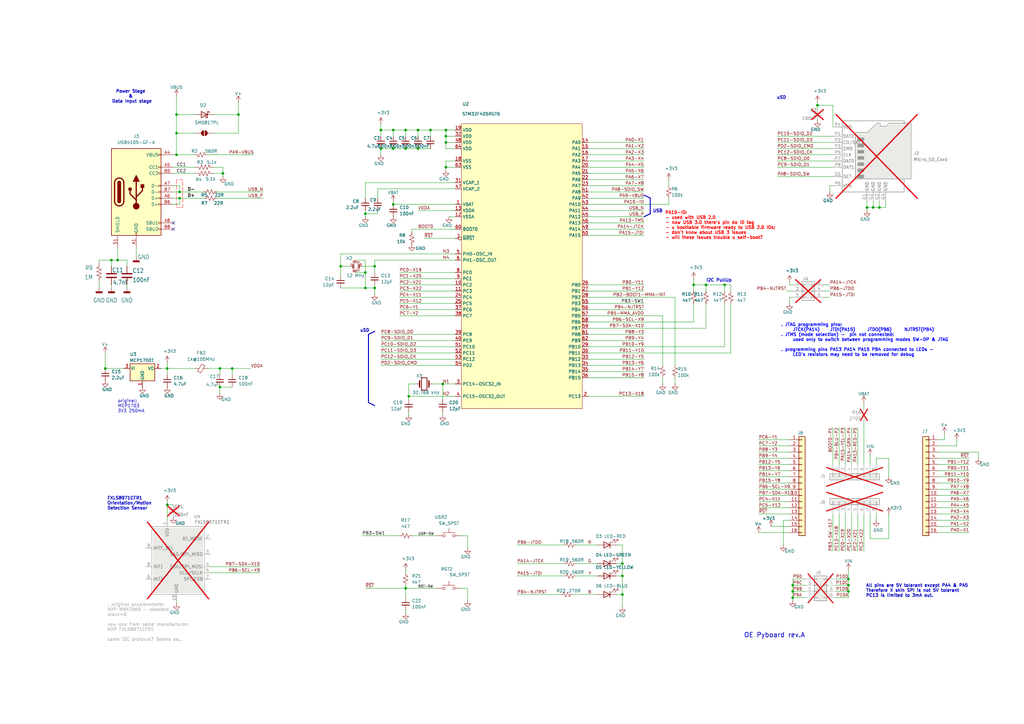
<source format=kicad_sch>
(kicad_sch (version 20250114) (generator "eeschema") (generator_version "9.0")
  (paper "A3")
  (text "I2C PullUp" (at 294.894 115.062 0) (effects (font (size 1.27 1.27) (thickness 0.254) (bold yes))))
  (text "USB" (at 269.748 86.614 0) (effects (font (size 1.27 1.27) (thickness 0.254) (bold yes))))
  (text "original:\nMCP1703 \n3V3 250mA" (at 48.26 166.624 0) (effects (font (size 1.27 1.27)) (justify left)))
  (text "All pins are 5V tolerant except PA4 & PA5\nTherefore X skin SPI is not 5V tolerant\nPC13 is limited to 3mA out." (at 355.092 242.316 0) (effects (font (size 1.27 1.27) (thickness 0.254) (bold yes)) (justify left)))
  (text "uSD" (at 149.606 135.636 0) (effects (font (size 1.27 1.27) (thickness 0.254) (bold yes))))
  (text "OE Pyboard rev.A" (at 305.054 260.604 0) (effects (font (size 1.905 1.905) (thickness 0.254) (bold yes)) (justify left)))
  (text "PA10-ID: \n- used with USB 2.0\n- now USB 3.0 there's pin do ID tag\n- u boottable firmware ready to USB 2.0 IOs; \n- don't know about USB 3 issues\n- will these issues trouble u self-boot?" (at 272.796 92.456 0) (effects (font (size 1.27 1.27) (thickness 0.254) (bold yes)) (justify left)))
  (text "Power Stage \n& \nData Input stage" (at 54.102 39.624 0) (effects (font (size 1.27 1.27) (thickness 0.254) (bold yes))))
  (text ". JTAG programming pins:\n	JTCK(PA14)	JTDI(PA15)	JTDO(PB6)	NJTRST(PB4)\n. JTMS (mode selection) -  pin not connected: \n	used only to switch between programming modes SW-DP & JTAG\n\n. programming pins PA13 PA14 PA15 PB4 connected to LEDs - \n	LED's resistors may need to be removed for debug\n\n" (at 320.294 140.462 0) (effects (font (size 1.27 1.27) (thickness 0.254) (bold yes)) (justify left)))
  (text "FXLS8971CFR1\nOrientation/Motion\nDetection Sensor\n" (at 43.942 206.502 0) (effects (font (size 1.27 1.27) (thickness 0.254) (bold yes)) (justify left)))
  (text "uSD" (at 320.548 40.132 0) (effects (font (size 1.27 1.27) (thickness 0.254) (bold yes))))
  (text ". original accelerometer\nNXP MMA7660 - obsolete \nstock=0\n\nnew one from same manufacturer:\nNXP FXLS8971CFR1\n\nsame I2C protocol? Seems so..\n" (at 43.942 255.27 0) (effects (font (size 1.27 1.27) (thickness 0.254) (bold yes)) (justify left)))
  (junction (at 355.6 85.09))
  (junction (at 284.48 116.84))
  (junction (at 90.17 151.13))
  (junction (at 139.7 109.22))
  (junction (at 149.86 87.63))
  (junction (at 161.29 83.82))
  (junction (at 255.27 231.14))
  (junction (at 72.39 54.61))
  (junction (at 156.21 60.96))
  (junction (at 90.17 158.75))
  (junction (at 45.72 106.68))
  (junction (at 167.64 162.56))
  (junction (at 73.66 81.28))
  (junction (at 255.27 243.84))
  (junction (at 149.86 118.11))
  (junction (at 182.88 53.34))
  (junction (at 91.44 71.12))
  (junction (at 68.58 207.01))
  (junction (at 358.14 85.09))
  (junction (at 171.45 53.34))
  (junction (at 95.25 151.13))
  (junction (at 171.45 60.96))
  (junction (at 347.98 242.57))
  (junction (at 182.88 68.58))
  (junction (at 289.56 116.84))
  (junction (at 156.21 53.34))
  (junction (at 72.39 63.5))
  (junction (at 347.98 237.49))
  (junction (at 182.88 55.88))
  (junction (at 43.18 151.13))
  (junction (at 166.37 60.96))
  (junction (at 153.67 109.22))
  (junction (at 161.29 53.34))
  (junction (at 176.53 53.34))
  (junction (at 325.12 245.11))
  (junction (at 68.58 151.13))
  (junction (at 97.79 46.99))
  (junction (at 182.88 58.42))
  (junction (at 325.12 242.57))
  (junction (at 161.29 60.96))
  (junction (at 166.37 241.3))
  (junction (at 181.61 157.48))
  (junction (at 325.12 240.03))
  (junction (at 335.28 43.18))
  (junction (at 153.67 118.11))
  (junction (at 72.39 46.99))
  (junction (at 149.86 111.76))
  (junction (at 73.66 78.74))
  (junction (at 166.37 53.34))
  (junction (at 48.26 106.68))
  (junction (at 297.18 116.84))
  (junction (at 347.98 240.03))
  (junction (at 360.68 85.09))
  (junction (at 255.27 236.22))
  (no_connect (at 71.12 91.44))
  (no_connect (at 71.12 93.98))
  (wire (pts (xy 335.28 43.18) (xy 341.63 43.18)))
  (wire (pts (xy 186.69 129.54) (xy 163.83 129.54)))
  (wire (pts (xy 182.88 66.04) (xy 186.69 66.04)))
  (wire (pts (xy 392.43 180.34) (xy 392.43 182.88)))
  (wire (pts (xy 340.36 121.92) (xy 337.82 121.92)))
  (wire (pts (xy 325.12 237.49) (xy 325.12 240.03)))
  (wire (pts (xy 86.36 234.95) (xy 106.68 234.95)))
  (wire (pts (xy 166.37 241.3) (xy 166.37 245.11)))
  (wire (pts (xy 241.3 132.08) (xy 284.48 132.08)))
  (wire (pts (xy 85.09 151.13) (xy 90.17 151.13)))
  (wire (pts (xy 355.6 82.55) (xy 355.6 85.09)))
  (wire (pts (xy 166.37 240.03) (xy 166.37 241.3)))
  (wire (pts (xy 161.29 60.96) (xy 156.21 60.96)))
  (wire (pts (xy 325.12 237.49) (xy 330.2 237.49)))
  (wire (pts (xy 90.17 158.75) (xy 95.25 158.75)))
  (wire (pts (xy 241.3 124.46) (xy 264.16 124.46)))
  (wire (pts (xy 139.7 118.11) (xy 149.86 118.11)))
  (wire (pts (xy 186.69 119.38) (xy 163.83 119.38)))
  (wire (pts (xy 297.18 116.84) (xy 299.72 116.84)))
  (wire (pts (xy 176.53 53.34) (xy 176.53 55.88)))
  (wire (pts (xy 154.94 87.63) (xy 149.86 87.63)))
  (wire (pts (xy 384.81 187.96) (xy 397.51 187.96)))
  (wire (pts (xy 241.3 134.62) (xy 289.56 134.62)))
  (wire (pts (xy 384.81 208.28) (xy 397.51 208.28)))
  (wire (pts (xy 325.12 242.57) (xy 330.2 242.57)))
  (wire (pts (xy 182.88 55.88) (xy 182.88 53.34)))
  (wire (pts (xy 284.48 116.84) (xy 289.56 116.84)))
  (wire (pts (xy 311.15 185.42) (xy 323.85 185.42)))
  (wire (pts (xy 72.39 46.99) (xy 72.39 54.61)))
  (wire (pts (xy 344.17 210.82) (xy 344.17 226.06)))
  (wire (pts (xy 48.26 106.68) (xy 52.07 106.68)) (stroke (width 0.1524)))
  (wire (pts (xy 156.21 50.8) (xy 156.21 53.34)))
  (wire (pts (xy 340.36 119.38) (xy 337.82 119.38)))
  (wire (pts (xy 212.09 231.14) (xy 231.14 231.14)))
  (wire (pts (xy 52.07 116.84) (xy 52.07 118.11)))
  (wire (pts (xy 167.64 157.48) (xy 170.18 157.48)))
  (wire (pts (xy 276.86 121.92) (xy 276.86 149.86)))
  (wire (pts (xy 241.3 96.52) (xy 264.16 96.52)))
  (wire (pts (xy 167.64 162.56) (xy 167.64 157.48)))
  (wire (pts (xy 341.63 76.2) (xy 340.36 76.2)))
  (wire (pts (xy 325.12 245.11) (xy 330.2 245.11)))
  (wire (pts (xy 355.6 85.09) (xy 355.6 86.36)))
  (wire (pts (xy 40.64 106.68) (xy 45.72 106.68)) (stroke (width 0.1524)))
  (wire (pts (xy 186.69 124.46) (xy 163.83 124.46)))
  (wire (pts (xy 311.15 193.04) (xy 323.85 193.04)))
  (wire (pts (xy 186.69 111.76) (xy 163.83 111.76)))
  (wire (pts (xy 97.79 46.99) (xy 87.63 46.99)))
  (wire (pts (xy 66.04 151.13) (xy 68.58 151.13)))
  (wire (pts (xy 341.63 175.26) (xy 341.63 190.5)))
  (wire (pts (xy 358.14 82.55) (xy 358.14 85.09)))
  (wire (pts (xy 325.12 240.03) (xy 325.12 242.57)))
  (wire (pts (xy 234.95 243.84) (xy 245.11 243.84)))
  (wire (pts (xy 149.86 87.63) (xy 149.86 88.9)))
  (wire (pts (xy 161.29 53.34) (xy 166.37 53.34)))
  (wire (pts (xy 166.37 241.3) (xy 179.07 241.3)))
  (wire (pts (xy 384.81 203.2) (xy 397.51 203.2)))
  (wire (pts (xy 189.23 219.71) (xy 191.77 219.71)))
  (wire (pts (xy 71.12 81.28) (xy 73.66 81.28)))
  (wire (pts (xy 161.29 83.82) (xy 186.69 83.82)))
  (wire (pts (xy 87.63 71.12) (xy 91.44 71.12)))
  (wire (pts (xy 311.15 195.58) (xy 323.85 195.58)))
  (wire (pts (xy 153.67 106.68) (xy 153.67 109.22)))
  (wire (pts (xy 384.81 218.44) (xy 397.51 218.44)))
  (wire (pts (xy 87.63 54.61) (xy 97.79 54.61)))
  (wire (pts (xy 274.32 81.28) (xy 274.32 83.82)))
  (wire (pts (xy 311.15 180.34) (xy 323.85 180.34)))
  (wire (pts (xy 177.8 157.48) (xy 181.61 157.48)))
  (wire (pts (xy 146.05 111.76) (xy 149.86 111.76)))
  (wire (pts (xy 384.81 193.04) (xy 397.51 193.04)))
  (wire (pts (xy 323.85 115.57) (xy 323.85 116.84)))
  (wire (pts (xy 182.88 60.96) (xy 182.88 58.42)))
  (wire (pts (xy 276.86 154.94) (xy 276.86 157.48)))
  (wire (pts (xy 349.25 190.5) (xy 349.25 175.26)))
  (wire (pts (xy 241.3 93.98) (xy 264.16 93.98)))
  (wire (pts (xy 241.3 142.24) (xy 297.18 142.24)))
  (polyline (pts (xy 264.16 88.9) (xy 266.7 87.63)) (stroke (width 0.4)))
  (wire (pts (xy 299.72 116.84) (xy 299.72 119.38)))
  (wire (pts (xy 321.31 213.36) (xy 321.31 223.52)))
  (wire (pts (xy 335.28 41.91) (xy 335.28 43.18)))
  (wire (pts (xy 156.21 53.34) (xy 161.29 53.34)))
  (wire (pts (xy 325.12 245.11) (xy 325.12 246.38)))
  (wire (pts (xy 182.88 58.42) (xy 186.69 58.42)))
  (wire (pts (xy 241.3 129.54) (xy 271.78 129.54)))
  (wire (pts (xy 384.81 198.12) (xy 397.51 198.12)))
  (wire (pts (xy 168.91 93.98) (xy 186.69 93.98)))
  (wire (pts (xy 45.72 118.11) (xy 45.72 116.84)) (stroke (width 0.1524)))
  (wire (pts (xy 186.69 144.78) (xy 156.21 144.78)))
  (wire (pts (xy 182.88 53.34) (xy 186.69 53.34)))
  (wire (pts (xy 153.67 111.76) (xy 153.67 109.22)))
  (wire (pts (xy 341.63 72.39) (xy 318.77 72.39)))
  (wire (pts (xy 311.15 203.2) (xy 323.85 203.2)))
  (wire (pts (xy 387.35 177.8) (xy 387.35 180.34)))
  (wire (pts (xy 340.36 116.84) (xy 337.82 116.84)))
  (wire (pts (xy 40.64 115.57) (xy 40.64 118.11)) (stroke (width 0.1524)))
  (wire (pts (xy 176.53 53.34) (xy 182.88 53.34)))
  (wire (pts (xy 364.49 210.82) (xy 364.49 220.98)))
  (wire (pts (xy 71.12 76.2) (xy 73.66 76.2)))
  (wire (pts (xy 166.37 251.46) (xy 166.37 250.19)))
  (wire (pts (xy 73.66 81.28) (xy 83.82 81.28)))
  (wire (pts (xy 384.81 195.58) (xy 397.51 195.58)))
  (wire (pts (xy 241.3 91.44) (xy 264.16 91.44)))
  (wire (pts (xy 364.49 220.98) (xy 356.87 220.98)))
  (wire (pts (xy 45.72 106.68) (xy 45.72 109.22)) (stroke (width 0.1524)))
  (wire (pts (xy 52.07 106.68) (xy 52.07 109.22)) (stroke (width 0.1524)))
  (wire (pts (xy 241.3 78.74) (xy 264.16 78.74)))
  (wire (pts (xy 323.85 121.92) (xy 325.12 121.92)))
  (wire (pts (xy 212.09 243.84) (xy 229.87 243.84)))
  (wire (pts (xy 384.81 182.88) (xy 392.43 182.88)))
  (wire (pts (xy 384.81 210.82) (xy 397.51 210.82)))
  (wire (pts (xy 274.32 73.66) (xy 274.32 76.2)))
  (wire (pts (xy 321.31 213.36) (xy 323.85 213.36)))
  (wire (pts (xy 186.69 137.16) (xy 156.21 137.16)))
  (wire (pts (xy 181.61 168.91) (xy 181.61 170.18)))
  (wire (pts (xy 335.28 43.18) (xy 335.28 44.45)))
  (wire (pts (xy 341.63 210.82) (xy 341.63 226.06)))
  (wire (pts (xy 344.17 175.26) (xy 344.17 190.5)))
  (wire (pts (xy 341.63 58.42) (xy 318.77 58.42)))
  (polyline (pts (xy 151.13 137.16) (xy 151.13 165.1)) (stroke (width 0.4) (type solid)))
  (wire (pts (xy 186.69 127) (xy 163.83 127)))
  (wire (pts (xy 171.45 53.34) (xy 176.53 53.34)))
  (wire (pts (xy 360.68 85.09) (xy 358.14 85.09)))
  (wire (pts (xy 139.7 109.22) (xy 139.7 113.03)))
  (wire (pts (xy 88.9 78.74) (xy 107.95 78.74)))
  (wire (pts (xy 356.87 210.82) (xy 356.87 220.98)))
  (wire (pts (xy 342.9 242.57) (xy 347.98 242.57)))
  (wire (pts (xy 149.86 74.93) (xy 149.86 81.28)))
  (wire (pts (xy 241.3 147.32) (xy 264.16 147.32)))
  (wire (pts (xy 153.67 106.68) (xy 186.69 106.68)))
  (wire (pts (xy 356.87 190.5) (xy 356.87 186.69)))
  (wire (pts (xy 241.3 83.82) (xy 274.32 83.82)))
  (wire (pts (xy 342.9 237.49) (xy 347.98 237.49)))
  (wire (pts (xy 186.69 116.84) (xy 163.83 116.84)))
  (wire (pts (xy 241.3 154.94) (xy 264.16 154.94)))
  (wire (pts (xy 241.3 119.38) (xy 264.16 119.38)))
  (wire (pts (xy 153.67 120.65) (xy 153.67 118.11)))
  (wire (pts (xy 384.81 213.36) (xy 397.51 213.36)))
  (wire (pts (xy 255.27 243.84) (xy 255.27 248.92)))
  (wire (pts (xy 153.67 109.22) (xy 148.59 109.22)))
  (wire (pts (xy 153.67 116.84) (xy 153.67 118.11)))
  (wire (pts (xy 325.12 242.57) (xy 325.12 245.11)))
  (wire (pts (xy 97.79 41.91) (xy 97.79 46.99)))
  (wire (pts (xy 191.77 241.3) (xy 191.77 246.38)))
  (wire (pts (xy 347.98 237.49) (xy 347.98 240.03)))
  (wire (pts (xy 166.37 60.96) (xy 161.29 60.96)))
  (wire (pts (xy 68.58 148.59) (xy 68.58 151.13)))
  (wire (pts (xy 271.78 154.94) (xy 271.78 157.48)))
  (wire (pts (xy 182.88 66.04) (xy 182.88 68.58)))
  (wire (pts (xy 322.58 119.38) (xy 325.12 119.38)))
  (wire (pts (xy 341.63 63.5) (xy 318.77 63.5)))
  (wire (pts (xy 71.12 207.01) (xy 68.58 207.01)))
  (wire (pts (xy 176.53 60.96) (xy 171.45 60.96)))
  (wire (pts (xy 85.09 63.5) (xy 104.14 63.5)))
  (wire (pts (xy 168.91 95.25) (xy 168.91 93.98)))
  (wire (pts (xy 299.72 144.78) (xy 299.72 124.46)))
  (wire (pts (xy 241.3 86.36) (xy 264.16 86.36)))
  (wire (pts (xy 255.27 231.14) (xy 255.27 236.22)))
  (wire (pts (xy 384.81 180.34) (xy 387.35 180.34)))
  (wire (pts (xy 255.27 236.22) (xy 255.27 243.84)))
  (wire (pts (xy 363.22 82.55) (xy 363.22 85.09)))
  (wire (pts (xy 90.17 161.29) (xy 90.17 158.75)))
  (wire (pts (xy 73.66 81.28) (xy 73.66 83.82)))
  (wire (pts (xy 363.22 85.09) (xy 360.68 85.09)))
  (wire (pts (xy 241.3 116.84) (xy 264.16 116.84)))
  (polyline (pts (xy 153.67 166.37) (xy 151.13 165.1)) (stroke (width 0.4)))
  (wire (pts (xy 346.71 190.5) (xy 346.71 175.26)))
  (wire (pts (xy 241.3 71.12) (xy 264.16 71.12)))
  (wire (pts (xy 311.15 182.88) (xy 323.85 182.88)))
  (wire (pts (xy 311.15 210.82) (xy 323.85 210.82)))
  (wire (pts (xy 241.3 149.86) (xy 264.16 149.86)))
  (wire (pts (xy 241.3 127) (xy 264.16 127)))
  (wire (pts (xy 212.09 223.52) (xy 231.14 223.52)))
  (wire (pts (xy 284.48 132.08) (xy 284.48 124.46)))
  (wire (pts (xy 346.71 210.82) (xy 346.71 226.06)))
  (wire (pts (xy 252.73 223.52) (xy 255.27 223.52)))
  (wire (pts (xy 354.33 165.1) (xy 354.33 167.64)))
  (wire (pts (xy 384.81 205.74) (xy 397.51 205.74)))
  (wire (pts (xy 171.45 60.96) (xy 166.37 60.96)))
  (wire (pts (xy 167.64 168.91) (xy 167.64 170.18)))
  (wire (pts (xy 149.86 241.3) (xy 166.37 241.3)))
  (wire (pts (xy 271.78 129.54) (xy 271.78 149.86)))
  (wire (pts (xy 359.41 190.5) (xy 359.41 187.96)))
  (wire (pts (xy 241.3 144.78) (xy 299.72 144.78)))
  (wire (pts (xy 241.3 139.7) (xy 264.16 139.7)))
  (wire (pts (xy 149.86 74.93) (xy 186.69 74.93)))
  (wire (pts (xy 91.44 71.12) (xy 91.44 72.39)))
  (wire (pts (xy 241.3 73.66) (xy 264.16 73.66)))
  (wire (pts (xy 171.45 86.36) (xy 186.69 86.36)))
  (wire (pts (xy 91.44 68.58) (xy 91.44 71.12)))
  (wire (pts (xy 289.56 116.84) (xy 289.56 119.38)))
  (wire (pts (xy 154.94 77.47) (xy 186.69 77.47)))
  (wire (pts (xy 241.3 76.2) (xy 264.16 76.2)))
  (wire (pts (xy 311.15 187.96) (xy 323.85 187.96)))
  (wire (pts (xy 186.69 60.96) (xy 182.88 60.96)))
  (wire (pts (xy 316.23 215.9) (xy 323.85 215.9)))
  (wire (pts (xy 167.64 162.56) (xy 186.69 162.56)))
  (wire (pts (xy 241.3 137.16) (xy 264.16 137.16)))
  (wire (pts (xy 168.91 219.71) (xy 179.07 219.71)))
  (wire (pts (xy 72.39 63.5) (xy 80.01 63.5)))
  (wire (pts (xy 171.45 53.34) (xy 171.45 55.88)))
  (wire (pts (xy 68.58 205.74) (xy 68.58 207.01)))
  (wire (pts (xy 161.29 82.55) (xy 161.29 83.82)))
  (wire (pts (xy 311.15 190.5) (xy 323.85 190.5)))
  (wire (pts (xy 186.69 121.92) (xy 163.83 121.92)))
  (wire (pts (xy 72.39 54.61) (xy 72.39 63.5)))
  (wire (pts (xy 252.73 231.14) (xy 255.27 231.14)))
  (wire (pts (xy 181.61 157.48) (xy 186.69 157.48)))
  (wire (pts (xy 358.14 85.09) (xy 355.6 85.09)))
  (wire (pts (xy 68.58 153.67) (xy 68.58 151.13)))
  (wire (pts (xy 71.12 71.12) (xy 80.01 71.12)))
  (wire (pts (xy 284.48 116.84) (xy 284.48 119.38)))
  (wire (pts (xy 189.23 241.3) (xy 191.77 241.3)))
  (wire (pts (xy 40.64 106.68) (xy 40.64 107.95)) (stroke (width 0.1524)))
  (wire (pts (xy 241.3 81.28) (xy 264.16 81.28)))
  (wire (pts (xy 311.15 218.44) (xy 323.85 218.44)))
  (wire (pts (xy 289.56 116.84) (xy 297.18 116.84)))
  (wire (pts (xy 72.39 54.61) (xy 80.01 54.61)))
  (wire (pts (xy 255.27 223.52) (xy 255.27 231.14)))
  (wire (pts (xy 241.3 162.56) (xy 264.16 162.56)))
  (wire (pts (xy 71.12 68.58) (xy 80.01 68.58)))
  (wire (pts (xy 68.58 151.13) (xy 80.01 151.13)))
  (wire (pts (xy 297.18 116.84) (xy 297.18 119.38)))
  (wire (pts (xy 68.58 207.01) (xy 68.58 213.36)))
  (wire (pts (xy 72.39 39.37) (xy 72.39 46.99)))
  (wire (pts (xy 71.12 63.5) (xy 72.39 63.5)))
  (wire (pts (xy 55.88 101.6) (xy 55.88 105.41)))
  (wire (pts (xy 95.25 151.13) (xy 90.17 151.13)))
  (wire (pts (xy 48.26 101.6) (xy 48.26 106.68)))
  (wire (pts (xy 182.88 55.88) (xy 186.69 55.88)))
  (wire (pts (xy 146.05 106.68) (xy 149.86 106.68)))
  (wire (pts (xy 241.3 121.92) (xy 276.86 121.92)))
  (wire (pts (xy 156.21 63.5) (xy 156.21 60.96)))
  (wire (pts (xy 139.7 104.14) (xy 186.69 104.14)))
  (wire (pts (xy 186.69 149.86) (xy 156.21 149.86)))
  (wire (pts (xy 341.63 68.58) (xy 318.77 68.58)))
  (wire (pts (xy 354.33 190.5) (xy 354.33 172.72)))
  (wire (pts (xy 149.86 111.76) (xy 149.86 118.11)))
  (wire (pts (xy 166.37 233.68) (xy 166.37 234.95)))
  (wire (pts (xy 154.94 86.36) (xy 154.94 87.63)))
  (wire (pts (xy 191.77 219.71) (xy 191.77 224.79)))
  (wire (pts (xy 139.7 104.14) (xy 139.7 109.22)))
  (wire (pts (xy 342.9 240.03) (xy 347.98 240.03)))
  (polyline (pts (xy 264.16 80.01) (xy 266.7 81.28)) (stroke (width 0.4)))
  (wire (pts (xy 241.3 152.4) (xy 264.16 152.4)))
  (wire (pts (xy 351.79 190.5) (xy 351.79 175.26)))
  (wire (pts (xy 139.7 109.22) (xy 143.51 109.22)))
  (wire (pts (xy 341.63 66.04) (xy 318.77 66.04)))
  (polyline (pts (xy 153.67 135.89) (xy 151.13 137.16)) (stroke (width 0.4)))
  (wire (pts (xy 43.18 151.13) (xy 50.8 151.13)))
  (wire (pts (xy 284.48 114.3) (xy 284.48 116.84)))
  (wire (pts (xy 161.29 53.34) (xy 161.29 55.88)))
  (wire (pts (xy 241.3 88.9) (xy 264.16 88.9)))
  (wire (pts (xy 95.25 151.13) (xy 95.25 153.67)))
  (wire (pts (xy 184.15 88.9) (xy 186.69 88.9)))
  (wire (pts (xy 86.36 232.41) (xy 106.68 232.41)))
  (wire (pts (xy 186.69 114.3) (xy 163.83 114.3)))
  (wire (pts (xy 241.3 68.58) (xy 264.16 68.58)))
  (wire (pts (xy 311.15 208.28) (xy 323.85 208.28)))
  (wire (pts (xy 156.21 53.34) (xy 156.21 55.88)))
  (wire (pts (xy 43.18 144.78) (xy 43.18 151.13)))
  (wire (pts (xy 364.49 187.96) (xy 359.41 187.96)))
  (wire (pts (xy 340.36 76.2) (xy 340.36 78.74)))
  (wire (pts (xy 182.88 68.58) (xy 186.69 68.58)))
  (wire (pts (xy 241.3 63.5) (xy 264.16 63.5)))
  (wire (pts (xy 311.15 205.74) (xy 323.85 205.74)))
  (wire (pts (xy 97.79 54.61) (xy 97.79 46.99)))
  (wire (pts (xy 154.94 77.47) (xy 154.94 81.28)))
  (wire (pts (xy 80.01 46.99) (xy 72.39 46.99)))
  (wire (pts (xy 323.85 121.92) (xy 323.85 124.46)))
  (wire (pts (xy 167.64 162.56) (xy 167.64 163.83)))
  (wire (pts (xy 384.81 185.42) (xy 401.32 185.42)))
  (wire (pts (xy 73.66 76.2) (xy 73.66 78.74)))
  (wire (pts (xy 91.44 68.58) (xy 87.63 68.58)))
  (wire (pts (xy 149.86 106.68) (xy 149.86 111.76)))
  (wire (pts (xy 186.69 142.24) (xy 156.21 142.24)))
  (wire (pts (xy 181.61 157.48) (xy 181.61 163.83)))
  (wire (pts (xy 90.17 151.13) (xy 90.17 153.67)))
  (wire (pts (xy 173.99 97.79) (xy 186.69 97.79)))
  (wire (pts (xy 45.72 106.68) (xy 48.26 106.68)) (stroke (width 0.1524)))
  (wire (pts (xy 384.81 190.5) (xy 397.51 190.5)))
  (wire (pts (xy 384.81 215.9) (xy 397.51 215.9)))
  (wire (pts (xy 71.12 78.74) (xy 73.66 78.74)))
  (wire (pts (xy 186.69 147.32) (xy 156.21 147.32)))
  (wire (pts (xy 186.69 139.7) (xy 156.21 139.7)))
  (wire (pts (xy 347.98 240.03) (xy 347.98 242.57)))
  (wire (pts (xy 241.3 58.42) (xy 264.16 58.42)))
  (wire (pts (xy 401.32 185.42) (xy 401.32 187.96)))
  (wire (pts (xy 289.56 134.62) (xy 289.56 124.46)))
  (wire (pts (xy 341.63 52.07) (xy 341.63 43.18)))
  (wire (pts (xy 236.22 231.14) (xy 245.11 231.14)))
  (wire (pts (xy 212.09 236.22) (xy 231.14 236.22)))
  (wire (pts (xy 297.18 142.24) (xy 297.18 124.46)))
  (wire (pts (xy 311.15 198.12) (xy 323.85 198.12)))
  (wire (pts (xy 347.98 233.68) (xy 347.98 237.49)))
  (wire (pts (xy 347.98 242.57) (xy 347.98 245.11)))
  (wire (pts (xy 71.12 83.82) (xy 73.66 83.82)))
  (wire (pts (xy 241.3 66.04) (xy 264.16 66.04)))
  (wire (pts (xy 349.25 210.82) (xy 349.25 226.06)))
  (wire (pts (xy 252.73 236.22) (xy 255.27 236.22)))
  (wire (pts (xy 236.22 236.22) (xy 245.11 236.22)))
  (wire (pts (xy 311.15 200.66) (xy 323.85 200.66)))
  (wire (pts (xy 182.88 68.58) (xy 182.88 69.85)))
  (wire (pts (xy 252.73 243.84) (xy 255.27 243.84)))
  (wire (pts (xy 241.3 60.96) (xy 264.16 60.96)))
  (wire (pts (xy 325.12 240.03) (xy 330.2 240.03)))
  (wire (pts (xy 359.41 210.82) (xy 359.41 213.36)))
  (wire (pts (xy 360.68 82.55) (xy 360.68 85.09)))
  (wire (pts (xy 364.49 195.58) (xy 364.49 187.96)))
  (wire (pts (xy 341.63 60.96) (xy 318.77 60.96)))
  (wire (pts (xy 341.63 55.88) (xy 318.77 55.88)))
  (polyline (pts (xy 266.7 81.28) (xy 266.7 87.63)) (stroke (width 0.4) (type solid)))
  (wire (pts (xy 323.85 116.84) (xy 325.12 116.84)))
  (wire (pts (xy 354.33 210.82) (xy 354.33 226.06)))
  (wire (pts (xy 149.86 118.11) (xy 153.67 118.11)))
  (wire (pts (xy 166.37 53.34) (xy 171.45 53.34)))
  (wire (pts (xy 236.22 223.52) (xy 245.11 223.52)))
  (wire (pts (xy 351.79 210.82) (xy 351.79 226.06)))
  (wire (pts (xy 148.59 219.71) (xy 163.83 219.71)))
  (wire (pts (xy 166.37 53.34) (xy 166.37 55.88)))
  (wire (pts (xy 88.9 81.28) (xy 107.95 81.28)))
  (wire (pts (xy 149.86 86.36) (xy 149.86 87.63)))
  (wire (pts (xy 342.9 245.11) (xy 347.98 245.11)))
  (wire (pts (xy 384.81 200.66) (xy 397.51 200.66)))
  (wire (pts (xy 73.66 78.74) (xy 83.82 78.74)))
  (wire (pts (xy 182.88 58.42) (xy 182.88 55.88)))
  (wire (pts (xy 95.25 151.13) (xy 102.87 151.13)))
  (wire (pts (xy 72.39 247.65) (xy 72.39 246.38)))
  (label "PB0-Y11" (at 264.16 116.84 180))
  (label "PC11-SDIO_D3" (at 318.77 58.42 0))
  (label "PC12-SDIO_CK" (at 318.77 63.5 0) (effects (font (thickness 0.1588))))
  (label "PC10-SDIO_D2" (at 318.77 55.88 0))
  (label "PB8-Y3" (at 311.15 185.42 0))
  (label "P10A" (at 347.98 245.11 180))
  (label "PB7-SDA-X10" (at 264.16 134.62 180))
  (label "PD2-SDIO_CMD" (at 318.77 60.96 0) (effects (font (thickness 0.1588))))
  (label "P10D" (at 347.98 237.49 180))
  (label "PC4-X11" (at 163.83 121.92 0))
  (label "PC3-X22" (at 354.33 226.06 90))
  (label "N4" (at 181.61 106.68 0))
  (label "P9B" (at 325.12 242.57 0))
  (label "PB15-Y8" (at 311.15 198.12 0))
  (label "PB7-SDA-X10" (at 106.68 232.41 180))
  (label "D+" (at 80.01 81.28 180) (effects (font (thickness 0.254) (bold yes))))
  (label "PB14-Y7" (at 311.15 195.58 0))
  (label "PA2-X3" (at 264.16 63.5 180))
  (label "PC3-X22" (at 163.83 119.38 0))
  (label "PB11-Y10" (at 264.16 144.78 180))
  (label "PA6-X7" (at 397.51 203.2 180))
  (label "P9D" (at 325.12 237.49 0))
  (label "P9C" (at 325.12 240.03 0))
  (label "PB14-Y7" (at 264.16 152.4 180))
  (label "PB10-Y9" (at 264.16 142.24 180))
  (label "D-" (at 80.01 78.74 180) (effects (font (thickness 0.254) (bold yes))))
  (label "USB_P" (at 264.16 88.9 180))
  (label "PA5-X6" (at 397.51 205.74 180))
  (label "PB4-NJTRST" (at 322.58 119.38 180))
  (label "PB13-Y6" (at 264.16 149.86 180))
  (label "PB4-BLU-P2" (at 344.17 175.26 270))
  (label "PA7-X8" (at 264.16 76.2 180))
  (label "~{RST}" (at 173.99 97.79 0))
  (label "N1" (at 181.61 157.48 0))
  (label "PA5-X6" (at 264.16 71.12 180))
  (label "PB3-SW1" (at 148.59 219.71 0))
  (label "USB_N" (at 264.16 86.36 180))
  (label "PB10-Y9" (at 397.51 198.12 180))
  (label "PC4-X11" (at 311.15 205.74 0))
  (label "PB9-Y4" (at 311.15 187.96 0))
  (label "PB4-NJTRST" (at 212.09 243.84 0))
  (label "PB0-Y11" (at 397.51 193.04 180))
  (label "PA1-X2" (at 264.16 60.96 180))
  (label "PB4-NJTRST" (at 264.16 127 180))
  (label "PB6-JTDO" (at 212.09 223.52 0))
  (label "PC6-Y1" (at 163.83 127 0))
  (label "PA3-X4" (at 264.16 66.04 180))
  (label "~{RST}" (at 149.86 241.3 0))
  (label "PC8-SDIO_D0" (at 156.21 137.16 0))
  (label "USB_P" (at 107.95 81.28 180))
  (label "BOOT0" (at 171.45 93.98 0))
  (label "PC13-X18" (at 264.16 162.56 180) (effects (font (thickness 0.1588))))
  (label "BOOT0-P1" (at 341.63 175.26 270))
  (label "VDDA" (at 171.45 86.36 0))
  (label "PB6-SCL-X9" (at 311.15 200.66 0))
  (label "PC5-X12" (at 311.15 208.28 0))
  (label "G" (at 242.57 231.14 180))
  (label "PB12-Y5" (at 311.15 190.5 0))
  (label "PC1-X20" (at 349.25 226.06 90))
  (label "PA0-X1" (at 264.16 58.42 180))
  (label "VDDA" (at 102.87 151.13 0))
  (label "PA8-SDIO_SW" (at 264.16 78.74 180))
  (label "PB6-JTDO" (at 340.36 119.38 0))
  (label "~{RST}" (at 397.51 187.96 180))
  (label "PA14-JTCK" (at 212.09 231.14 0))
  (label "P9A" (at 325.12 245.11 0))
  (label "PC8-SDIO_D0" (at 318.77 66.04 0))
  (label "PC2-X21" (at 163.83 116.84 0))
  (label "PA4-X5" (at 397.51 208.28 180))
  (label "USB_N" (at 107.95 78.74 180))
  (label "PA7-X8" (at 397.51 200.66 180))
  (label "P10C" (at 347.98 240.03 180))
  (label "N3" (at 181.61 104.14 0))
  (label "RST-SW" (at 171.45 241.3 0) (effects (font (size 1 1))))
  (label "PA15-JTDI" (at 264.16 96.52 180))
  (label "P10B" (at 347.98 242.57 180))
  (label "PB6-SCL-X9" (at 106.68 234.95 180))
  (label "PA3-X4" (at 397.51 210.82 180))
  (label "PB3-SW1" (at 264.16 124.46 180))
  (label "PC12-SDIO_CK" (at 156.21 147.32 0) (effects (font (thickness 0.1588))))
  (label "PC7-Y2" (at 163.83 129.54 0))
  (label "PA9-VBUS" (at 264.16 81.28 180))
  (label "PC10-SDIO_D2" (at 156.21 142.24 0))
  (label "~{RST}" (at 311.15 210.82 0))
  (label "PB7-SDA-X10" (at 311.15 203.2 0))
  (label "PC9-SDIO_D1" (at 156.21 139.7 0))
  (label "CC2" (at 72.39 71.12 0))
  (label "CC1" (at 72.39 68.58 0))
  (label "PC11-SDIO_D3" (at 156.21 144.78 0))
  (label "PB9-Y4" (at 264.16 139.7 180))
  (label "PC7-Y2" (at 311.15 182.88 0))
  (label "PA10-ID" (at 264.16 83.82 180))
  (label "PB11-Y10" (at 397.51 195.58 180))
  (label "PA1-X2" (at 397.51 215.9 180))
  (label "PA9-VBUS" (at 104.14 63.5 180))
  (label "PA8-SDIO_SW" (at 318.77 72.39 0))
  (label "Y" (at 242.57 236.22 180))
  (label "PA15-JTDI" (at 340.36 121.92 0))
  (label "PA6-X7" (at 264.16 73.66 180))
  (label "PA15-YEL-P3" (at 346.71 175.26 270))
  (label "PC9-SDIO_D1" (at 318.77 68.58 0))
  (label "PB1-Y12" (at 264.16 119.38 180))
  (label "PA15-JTDI" (at 212.09 236.22 0))
  (label "PC13-X18" (at 344.17 226.06 90))
  (label "PB8-Y3" (at 264.16 137.16 180))
  (label "PB6-SCL-X9" (at 264.16 132.08 180))
  (label "PC0-X19" (at 346.71 226.06 90))
  (label "N2" (at 181.61 162.56 0))
  (label "PD2-SDIO_CMD" (at 156.21 149.86 0) (effects (font (thickness 0.1588))))
  (label "PC5-X12" (at 163.83 124.46 0))
  (label "PA4-X5" (at 264.16 68.58 180))
  (label "R" (at 242.57 223.52 180))
  (label "PC6-Y1" (at 311.15 180.34 0))
  (label "PB1-Y12" (at 397.51 190.5 180))
  (label "PB12-Y5" (at 264.16 147.32 180))
  (label "PC1-X20" (at 163.83 114.3 0))
  (label "PA14-JTCK" (at 340.36 116.84 0))
  (label "PB5-MMA_AVDD" (at 264.16 129.54 180))
  (label "USR-SW" (at 171.45 219.71 0) (effects (font (size 1 1))))
  (label "PA13-TMS" (at 264.16 91.44 180))
  (label "PA14-GRN-P4" (at 349.25 175.26 270))
  (label "PC0-X19" (at 163.83 111.76 0))
  (label "PB3-SW-X17" (at 341.63 226.06 90))
  (label "PB2-BOOT1-MMA-INT" (at 273.05 121.92 180))
  (label "PB15-Y8" (at 264.16 154.94 180))
  (label "PC2-X21" (at 351.79 226.06 90))
  (label "B" (at 242.57 243.84 180))
  (label "PA13-RED-P5" (at 351.79 175.26 270))
  (label "PA14-JTCK" (at 264.16 93.98 180))
  (label "PA2-X3" (at 397.51 213.36 180))
  (label "PA0-X1" (at 397.51 218.44 180))
  (label "PB13-Y6" (at 311.15 193.04 0))
  (rule_area (polyline (pts (xy 72.39 73.66) (xy 72.39 85.09) (xy 74.93 85.09) (xy 74.93 73.66)) (stroke (width 0) (type dash))))
  (symbol (lib_id "power:GND") (at 191.77 246.38 0) (mirror y) (unit 1)
    (property "Reference" "#PWR048" (effects (hide yes)))
    (property "Value" "GND" (at 191.008 249.936 0))
    (property "Description" "Power symbol creates a global label with name \"GND\" , ground" (effects (hide yes)))
  )
  (symbol (lib_id "power:+3V3") (at 68.58 205.74 0) (unit 1)
    (property "Reference" "#PWR038" (effects (hide yes)))
    (property "Value" "+3V3" (at 69.596 201.168 0))
    (property "Description" "Power symbol creates a global label with name \"+3V3\"" (effects (hide yes)))
  )
  (symbol (lib_id "power:GND") (at 191.77 224.79 0) (mirror y) (unit 1)
    (property "Reference" "#PWR045" (effects (hide yes)))
    (property "Value" "GND" (at 191.008 228.346 0))
    (property "Description" "Power symbol creates a global label with name \"GND\" , ground" (effects (hide yes)))
  )
  (symbol (lib_id "power:GND") (at 271.78 157.48 0) (mirror y) (unit 1)
    (property "Reference" "#PWR025" (effects (hide yes)))
    (property "Value" "GND" (at 271.018 161.036 0))
    (property "Description" "Power symbol creates a global label with name \"GND\" , ground" (effects (hide yes)))
  )
  (symbol (lib_id "power:GND") (at 90.17 161.29 0) (mirror y) (unit 1)
    (property "Reference" "#PWR029" (effects (hide yes)))
    (property "Value" "GND" (at 92.71 163.83 0))
    (property "Description" "Power symbol creates a global label with name \"GND\" , ground" (effects (hide yes)))
  )
  (symbol (lib_id "power:+3V3") (at 323.85 115.57 0) (unit 1)
    (property "Reference" "#PWR019" (effects (hide yes)))
    (property "Value" "+3V3" (at 324.866 110.998 0))
    (property "Description" "Power symbol creates a global label with name \"+3V3\"" (effects (hide yes)))
  )
  (symbol (lib_id "Device:R_US") (at 40.64 111.76 0) (mirror x) (unit 1)
    (property "Reference" "R9" (at 38.1 109.855 0) (effects (font (size 1.778 1.5113)) (justify right)))
    (property "Value" "1M" (at 38.1 113.665 0) (effects (font (size 1.778 1.5113)) (justify right)))
    (property "Footprint" "Resistor_SMD:R_0402_1005Metric" (effects (hide yes)))
    (property "MPN" "CRCW04021M00FKED" (effects (hide yes)))
    (property "OEPSPN" "OEPS020026" (effects (hide yes)))
  )
  (symbol (lib_id "Device:C_Small") (at 176.53 58.42 0) (mirror y) (unit 1)
    (property "Reference" "C7" (at 176.276 56.642 0) (effects (justify left)))
    (property "Value" "100nF" (at 176.276 59.944 0) (effects (justify left)))
    (property "Footprint" "Capacitor_SMD:C_0402_1005Metric" (effects (hide yes)))
    (property "Description" "Unpolarized capacitor, small symbol" (effects (hide yes)))
    (property "MPN" "CGA2B3X7R1H104K050BB" (effects (hide yes)))
    (property "OEPSPN" "OEPS010016" (effects (hide yes)))
  )
  (symbol (lib_id "Device:R_Small_US") (at 233.68 231.14 90) (unit 1)
    (property "Reference" "R19" (at 231.394 229.616 90))
    (property "Value" "560R" (at 236.982 229.616 90))
    (property "Footprint" "Resistor_SMD:R_0402_1005Metric" (effects (hide yes)))
    (property "Description" "Resistor, small US symbol" (effects (hide yes)))
    (property "MPN" "CRCW0402560RFKED" (effects (hide yes)))
    (property "OEPSPN" "OEPS020193" (effects (hide yes)))
  )
  (symbol (lib_id "Device:R_Small_US") (at 233.68 236.22 90) (unit 1)
    (property "Reference" "R20" (at 231.394 234.696 90))
    (property "Value" "560R" (at 236.982 234.696 90))
    (property "Footprint" "Resistor_SMD:R_0402_1005Metric" (effects (hide yes)))
    (property "Description" "Resistor, small US symbol" (effects (hide yes)))
    (property "MPN" "CRCW0402560RFKED" (effects (hide yes)))
    (property "OEPSPN" "OEPS020193" (effects (hide yes)))
  )
  (symbol (lib_id "power:GND") (at 321.31 223.52 0) (mirror y) (unit 1)
    (property "Reference" "#PWR044" (effects (hide yes)))
    (property "Value" "GND" (at 323.85 226.06 0))
    (property "Description" "Power symbol creates a global label with name \"GND\" , ground" (effects (hide yes)))
  )
  (symbol (lib_id "Jumper:SolderJumper_2_Open") (at 83.82 54.61 0) (mirror x) (unit 1) (in_bom no)
    (property "Reference" "JP2" (effects (hide yes)))
    (property "Value" "0R" (effects (hide yes)))
    (property "Footprint" "Jumper:SolderJumper-2_P1.3mm_Open_RoundedPad1.0x1.5mm" (effects (hide yes)))
    (property "Description" "Solder Jumper, 2-pole, open" (effects (hide yes)))
    (property "MPN" "-" (effects (hide yes)))
    (property "OEPSPN" "OEPS00000" (effects (hide yes)))
    (property "notes" "n.a." (effects (hide yes)))
  )
  (symbol (lib_id "Device:C_Small") (at 166.37 247.65 0) (unit 1)
    (property "Reference" "C22" (at 168.91 246.3862 0) (effects (justify left)))
    (property "Value" "100nF" (at 168.91 248.9262 0) (effects (justify left)))
    (property "Footprint" "Capacitor_SMD:C_0402_1005Metric" (effects (hide yes)))
    (property "Description" "Unpolarized capacitor, small symbol" (effects (hide yes)))
    (property "MPN" "CGA2B3X7R1H104K050BB" (effects (hide yes)))
    (property "OEPSPN" "OEPS010016" (effects (hide yes)))
  )
  (symbol (lib_id "power:GND") (at 364.49 195.58 0) (mirror y) (unit 1)
    (property "Reference" "#PWR037" (effects (hide yes)))
    (property "Value" "GND" (at 367.03 198.12 0))
    (property "Description" "Power symbol creates a global label with name \"GND\" , ground" (effects (hide yes)))
  )
  (symbol (lib_id "Device:R_Small_US") (at 166.37 219.71 90) (unit 1)
    (property "Reference" "R17" (at 166.37 213.36 90))
    (property "Value" "4k7" (at 166.37 215.9 90))
    (property "Footprint" "Resistor_SMD:R_0402_1005Metric" (effects (hide yes)))
    (property "Description" "Resistor, small US symbol" (effects (hide yes)))
    (property "MPN" "ERJ-2RKF4701X" (effects (hide yes)))
    (property "OEPSPN" "OEPS020010" (effects (hide yes)))
  )
  (symbol (lib_id "power:+3V3") (at 166.37 233.68 0) (unit 1)
    (property "Reference" "#PWR046" (effects (hide yes)))
    (property "Value" "+3V3" (at 167.386 229.108 0))
    (property "Description" "Power symbol creates a global label with name \"+3V3\"" (effects (hide yes)))
  )
  (symbol (lib_id "Switch:SW_Push") (at 184.15 241.3 0) (unit 1)
    (property "Reference" "RST2" (at 185.674 233.426 0) (effects (justify right)))
    (property "Value" "SW_SPST" (at 192.786 235.712 0) (effects (justify right)))
    (property "Footprint" "Button_Switch_SMD:SW_SPST_TL3305B" (effects (hide yes)))
    (property "Description" "Push button switch" (effects (hide yes)))
    (property "MPN" "TL3305BF260QG" (effects (hide yes)))
    (property "OEPSPN" "OEPS100061" (effects (hide yes)))
  )
  (symbol (lib_id "power:GND") (at 161.29 88.9 0) (mirror y) (unit 1)
    (property "Reference" "#PWR015" (effects (hide yes)))
    (property "Value" "GND" (at 160.528 92.456 0))
    (property "Description" "Power symbol creates a global label with name \"GND\" , ground" (effects (hide yes)))
  )
  (symbol (lib_id "Device:C_Small") (at 161.29 58.42 0) (mirror y) (unit 1)
    (property "Reference" "C4" (at 161.036 56.642 0) (effects (justify left)))
    (property "Value" "100nF" (at 161.036 59.944 0) (effects (justify left)))
    (property "Footprint" "Capacitor_SMD:C_0402_1005Metric" (effects (hide yes)))
    (property "Description" "Unpolarized capacitor, small symbol" (effects (hide yes)))
    (property "MPN" "CGA2B3X7R1H104K050BB" (effects (hide yes)))
    (property "OEPSPN" "OEPS010016" (effects (hide yes)))
  )
  (symbol (lib_id "power:GNDD") (at 45.72 118.11 0) (mirror y) (unit 1)
    (property "Reference" "#GND04" (effects (hide yes)))
    (property "Value" "GND" (at 45.72 123.19 0) (effects (font (size 1.778 1.5113))))
  )
  (symbol (lib_id "Connector_Generic:Conn_01x08") (at 349.25 205.74 90) (unit 1) (in_bom no) (on_board no) (dnp yes)
    (property "Reference" "J8" (at 338.582 205.994 90) (effects (justify left)))
    (property "Value" "Conn_01x08" (effects (hide yes)))
    (property "Footprint" "Connector_PinHeader_2.54mm:PinHeader_1x08_P2.54mm_Vertical" (effects (hide yes)))
    (property "Description" "Generic connector, single row, 01x08, script generated (kicad-library-utils/schlib/autogen/connector/)" (effects (hide yes)))
    (property "MPN" "CES-116-01-T-S" (effects (hide yes)))
    (property "OEPSPN" "OEPS070110" (effects (hide yes)))
  )
  (symbol (lib_id "power:GND") (at 359.41 213.36 0) (mirror y) (unit 1)
    (property "Reference" "#PWR041" (effects (hide yes)))
    (property "Value" "GND" (at 360.172 217.424 0))
    (property "Description" "Power symbol creates a global label with name \"GND\" , ground" (effects (hide yes)))
  )
  (symbol (lib_id "power:GND") (at 355.6 86.36 0) (mirror y) (unit 1)
    (property "Reference" "#PWR013" (effects (hide yes)))
    (property "Value" "GND" (at 354.838 89.916 0))
    (property "Description" "Power symbol creates a global label with name \"GND\" , ground" (effects (hide yes)))
  )
  (symbol (lib_id "power:GND") (at 156.21 63.5 0) (mirror y) (unit 1)
    (property "Reference" "#PWR07" (effects (hide yes)))
    (property "Value" "GND" (at 155.448 67.056 0))
    (property "Description" "Power symbol creates a global label with name \"GND\" , ground" (effects (hide yes)))
  )
  (symbol (lib_id "power:GND") (at 72.39 247.65 0) (mirror y) (unit 1)
    (property "Reference" "#PWR050" (effects (hide yes)))
    (property "Value" "GND" (at 71.628 251.206 0))
    (property "Description" "Power symbol creates a global label with name \"GND\" , ground" (effects (hide yes)))
  )
  (symbol (lib_id "power:GND") (at 181.61 170.18 0) (unit 1)
    (property "Reference" "#PWR032" (effects (hide yes)))
    (property "Value" "GND" (at 182.372 173.736 0))
    (property "Description" "Power symbol creates a global label with name \"GND\" , ground" (effects (hide yes)))
  )
  (symbol (lib_id "Device:LED") (at 248.92 223.52 180) (unit 1)
    (property "Reference" "D3" (at 245.618 219.964 0))
    (property "Value" "LED-RED" (at 252.222 219.964 0))
    (property "Footprint" "LED_SMD:LED_0603_1608Metric" (effects (hide yes)))
    (property "Description" "Light emitting diode" (effects (hide yes)))
    (property "MPN" "5975004407F" (effects (hide yes)))
    (property "OEPSPN" "OEPS030006" (effects (hide yes)))
  )
  (symbol (lib_id "Device:R_Small_US") (at 297.18 121.92 0) (mirror y) (unit 1)
    (property "Reference" "R12" (at 296.164 120.65 0) (effects (justify left)))
    (property "Value" "4k7" (at 296.164 123.19 0) (effects (justify left)))
    (property "Footprint" "Resistor_SMD:R_0402_1005Metric" (effects (hide yes)))
    (property "Description" "Resistor, small US symbol" (effects (hide yes)))
    (property "MPN" "ERJ-2RKF4701X" (effects (hide yes)))
    (property "OEPSPN" "OEPS020010" (effects (hide yes)))
  )
  (symbol (lib_id "Device:C_Small") (at 171.45 58.42 0) (mirror y) (unit 1)
    (property "Reference" "C6" (at 171.196 56.642 0) (effects (justify left)))
    (property "Value" "100nF" (at 171.196 59.944 0) (effects (justify left)))
    (property "Footprint" "Capacitor_SMD:C_0402_1005Metric" (effects (hide yes)))
    (property "Description" "Unpolarized capacitor, small symbol" (effects (hide yes)))
    (property "MPN" "CGA2B3X7R1H104K050BB" (effects (hide yes)))
    (property "OEPSPN" "OEPS010016" (effects (hide yes)))
  )
  (symbol (lib_id "Device:D_Schottky") (at 83.82 46.99 0) (mirror y) (unit 1)
    (property "Reference" "D2" (at 83.312 43.18 0))
    (property "Value" "SM5817PL" (at 84.836 50.292 0))
    (property "Footprint" "Diode_SMD:D_SOD-128" (effects (hide yes)))
    (property "Description" "DIODE SCHOTTK 30V 2A SOD128/CFP5" (effects (hide yes)))
    (property "MPN" "SM5817PL-TP" (effects (hide yes)))
    (property "OEPSPN" "OEPS030030" (effects (hide yes)))
    (property "notes" "original part: 1N5819" (effects (hide yes)))
  )
  (symbol (lib_id "power:GND") (at 58.42 158.75 0) (unit 1)
    (property "Reference" "#PWR027" (effects (hide yes)))
    (property "Value" "GND" (at 59.182 162.306 0))
    (property "Description" "Power symbol creates a global label with name \"GND\" , ground" (effects (hide yes)))
  )
  (symbol (lib_id "PyBoard SymbLib:microSD Card") (at 345.44 62.23 0) (unit 1) (in_bom no) (on_board no) (dnp yes)
    (property "Reference" "J2" (at 374.65 62.8649 0) (effects (justify left)))
    (property "Value" "Micro_SD_Card" (at 374.65 65.4049 0) (effects (justify left)))
    (property "Footprint" "MicroPython FootprintLib:47571-0001_MOL" (effects (hide yes)))
    (property "Datasheet" "https://www.molex.com/en-us/products/part-detail-pdf/475710001?display=pdf" (effects (hide yes)))
    (property "Description" "Micro SD Card Socket" (effects (hide yes)))
    (property "MPN" "475710001" (effects (hide yes)))
    (property "OEPSPN" "OEPS070078" (effects (hide yes)))
  )
  (symbol (lib_id "MicroPython SymbLib:FXLS8971CFR1") (at 72.39 224.79 0) (mirror y) (unit 1) (in_bom no) (on_board no) (dnp yes)
    (property "Reference" "U4" (at 82.296 211.836 0) (effects (justify left)))
    (property "Value" "FXLS8971CFR1" (at 94.234 214.122 0) (effects (justify left)))
    (property "Footprint" "MicroPython FootprintLib:LQFN-12-3x3mm_P0.65mm" (effects (hide yes)))
    (property "Description" "3-Axis Orientation/Motion Detection Sensor" (effects (hide yes)))
    (property "MPN" "-" (effects (hide yes)))
    (property "OEPSPN" "OEPS00000" (effects (hide yes)))
  )
  (symbol (lib_id "Device:C_Small") (at 156.21 58.42 0) (mirror y) (unit 1)
    (property "Reference" "C3" (at 155.956 56.642 0) (effects (justify left)))
    (property "Value" "4.7uF" (at 155.956 59.944 0) (effects (justify left)))
    (property "Footprint" "Capacitor_SMD:C_0603_1608Metric" (effects (hide yes)))
    (property "Description" "Unpolarized capacitor, small symbol" (effects (hide yes)))
    (property "MPN" "C1608X6S1C475K080AC" (effects (hide yes)))
    (property "OEPSPN" "OEPS010018" (effects (hide yes)))
  )
  (symbol (lib_id "Device:R_Small_US") (at 299.72 121.92 0) (mirror y) (unit 1)
    (property "Reference" "R13" (at 302.26 120.6499 0) (effects (justify right)))
    (property "Value" "4k7" (at 302.26 123.1899 0) (effects (justify right)))
    (property "Footprint" "Resistor_SMD:R_0402_1005Metric" (effects (hide yes)))
    (property "Description" "Resistor, small US symbol" (effects (hide yes)))
    (property "MPN" "ERJ-2RKF4701X" (effects (hide yes)))
    (property "OEPSPN" "OEPS020010" (effects (hide yes)))
  )
  (symbol (lib_id "power:+3V3") (at 274.32 73.66 0) (unit 1)
    (property "Reference" "#PWR010" (effects (hide yes)))
    (property "Value" "+3V3" (at 275.336 69.088 0))
    (property "Description" "Power symbol creates a global label with name \"+3V3\"" (effects (hide yes)))
  )
  (symbol (lib_id "power:GND") (at 335.28 49.53 0) (mirror y) (unit 1)
    (property "Reference" "#PWR05" (effects (hide yes)))
    (property "Value" "GND" (at 334.518 53.086 0))
    (property "Description" "Power symbol creates a global label with name \"GND\" , ground" (effects (hide yes)))
  )
  (symbol (lib_id "power:GND") (at 401.32 187.96 0) (mirror y) (unit 1)
    (property "Reference" "#PWR036" (effects (hide yes)))
    (property "Value" "GND" (at 403.86 190.5 0))
    (property "Description" "Power symbol creates a global label with name \"GND\" , ground" (effects (hide yes)))
  )
  (symbol (lib_id "power:+5V") (at 161.29 82.55 0) (unit 1)
    (property "Reference" "#PWR012" (effects (hide yes)))
    (property "Value" "VBAT" (at 161.29 78.994 0))
    (property "Description" "Power symbol creates a global label with name \"+5V\"" (effects (hide yes)))
  )
  (symbol (lib_id "Device:R_Small_US") (at 271.78 152.4 0) (mirror y) (unit 1)
    (property "Reference" "R14" (at 270.764 151.13 0) (effects (justify left)))
    (property "Value" "100k" (at 270.764 153.67 0) (effects (justify left)))
    (property "Footprint" "Resistor_SMD:R_0402_1005Metric" (effects (hide yes)))
    (property "Description" "Resistor, small US symbol" (effects (hide yes)))
    (property "MPN" "AC0402FR-07100KL" (effects (hide yes)))
    (property "OEPSPN" "OEPS020051" (effects (hide yes)))
  )
  (symbol (lib_id "Connector_Generic:Conn_01x08") (at 349.25 195.58 90) (mirror x) (unit 1) (in_bom no) (on_board no) (dnp yes)
    (property "Reference" "J5" (at 338.582 195.326 90) (effects (justify left)))
    (property "Value" "Conn_01x08" (effects (hide yes)))
    (property "Footprint" "Connector_PinHeader_2.54mm:PinHeader_1x08_P2.54mm_Vertical" (effects (hide yes)))
    (property "Description" "Generic connector, single row, 01x08, script generated (kicad-library-utils/schlib/autogen/connector/)" (effects (hide yes)))
    (property "MPN" "CES-116-01-T-S" (effects (hide yes)))
    (property "OEPSPN" "OEPS070110" (effects (hide yes)))
  )
  (symbol (lib_id "power:GND") (at 182.88 69.85 0) (mirror y) (unit 1)
    (property "Reference" "#PWR08" (effects (hide yes)))
    (property "Value" "GND" (at 182.118 73.406 0))
    (property "Description" "Power symbol creates a global label with name \"GND\" , ground" (effects (hide yes)))
  )
  (symbol (lib_id "Device:C_Small") (at 161.29 86.36 0) (unit 1)
    (property "Reference" "C10" (at 163.83 85.0962 0) (effects (justify left)))
    (property "Value" "100nF" (at 163.83 87.6362 0) (effects (justify left)))
    (property "Footprint" "Capacitor_SMD:C_0402_1005Metric" (effects (hide yes)))
    (property "Description" "Unpolarized capacitor, small symbol" (effects (hide yes)))
    (property "MPN" "CGA2B3X7R1H104K050BB" (effects (hide yes)))
    (property "OEPSPN" "OEPS010016" (effects (hide yes)))
  )
  (symbol (lib_id "power:GNDD") (at 55.88 105.41 0) (mirror y) (unit 1)
    (property "Reference" "#GND02" (effects (hide yes)))
    (property "Value" "GND" (at 58.928 105.41 0) (effects (font (size 1.778 1.5113))))
  )
  (symbol (lib_id "Switch:SW_Push") (at 184.15 219.71 0) (unit 1)
    (property "Reference" "USR2" (at 180.848 212.09 0))
    (property "Value" "SW_SPST" (at 184.15 214.63 0))
    (property "Footprint" "Button_Switch_SMD:SW_SPST_TL3305B" (effects (hide yes)))
    (property "Description" "Push button switch" (effects (hide yes)))
    (property "MPN" "TL3305BF260QG" (effects (hide yes)))
    (property "OEPSPN" "OEPS100061" (effects (hide yes)))
  )
  (symbol (lib_id "Device:C_Small") (at 167.64 166.37 0) (mirror y) (unit 1)
    (property "Reference" "C19" (at 165.1 165.1062 0) (effects (justify left)))
    (property "Value" "12pF" (at 165.1 167.6462 0) (effects (justify left)))
    (property "Footprint" "Capacitor_SMD:C_0402_1005Metric" (effects (hide yes)))
    (property "Description" "Unpolarized capacitor, small symbol" (effects (hide yes)))
    (property "MPN" "GRM1555C1H120JA01D" (effects (hide yes)))
    (property "OEPSPN" "OEPS010086" (effects (hide yes)))
  )
  (symbol (lib_id "Device:R_Small_US") (at 276.86 152.4 0) (unit 1)
    (property "Reference" "R15" (at 277.876 151.384 0) (effects (justify left)))
    (property "Value" "100k" (at 277.876 153.924 0) (effects (justify left)))
    (property "Footprint" "Resistor_SMD:R_0402_1005Metric" (effects (hide yes)))
    (property "Description" "Resistor, small US symbol" (effects (hide yes)))
    (property "MPN" "AC0402FR-07100KL" (effects (hide yes)))
    (property "OEPSPN" "OEPS020051" (effects (hide yes)))
  )
  (symbol (lib_id "power:+5V") (at 387.35 177.8 0) (unit 1)
    (property "Reference" "#PWR033" (effects (hide yes)))
    (property "Value" "V+" (at 387.35 174.244 0))
    (property "Description" "Power symbol creates a global label with name \"+5V\"" (effects (hide yes)))
  )
  (symbol (lib_id "Device:R_Small_US") (at 86.36 78.74 270) (unit 1)
    (property "Reference" "R5" (at 83.82 80.01 90))
    (property "Value" "22R" (at 89.916 80.01 90))
    (property "Footprint" "Resistor_SMD:R_0402_1005Metric" (effects (hide yes)))
    (property "Description" "Resistor, small US symbol" (effects (hide yes)))
    (property "MPN" "RMCF0402FT27R0" (effects (hide yes)))
    (property "OEPSPN" "OEPS020170" (effects (hide yes)))
  )
  (symbol (lib_id "power:+3V3") (at 284.48 114.3 0) (unit 1)
    (property "Reference" "#PWR018" (effects (hide yes)))
    (property "Value" "+3V3" (at 285.496 109.728 0))
    (property "Description" "Power symbol creates a global label with name \"+3V3\"" (effects (hide yes)))
  )
  (symbol (lib_id "Device:R_Small_US") (at 232.41 243.84 90) (unit 1)
    (property "Reference" "R22" (at 230.124 242.316 90))
    (property "Value" "270R" (at 235.712 242.316 90))
    (property "Footprint" "Resistor_SMD:R_0402_1005Metric" (effects (hide yes)))
    (property "Description" "Resistor, small US symbol" (effects (hide yes)))
    (property "MPN" "CRCW0402270RFKEDC" (effects (hide yes)))
    (property "OEPSPN" "OEPS020060" (effects (hide yes)))
  )
  (symbol (lib_id "power:GND") (at 323.85 124.46 0) (mirror y) (unit 1)
    (property "Reference" "#PWR021" (effects (hide yes)))
    (property "Value" "GND" (at 323.088 128.016 0))
    (property "Description" "Power symbol creates a global label with name \"GND\" , ground" (effects (hide yes)))
  )
  (symbol (lib_id "Device:C_Small") (at 335.28 46.99 0) (mirror y) (unit 1) (in_bom no) (on_board no) (dnp yes)
    (property "Reference" "C2" (at 335.026 45.212 0) (effects (justify left)))
    (property "Value" "100nF" (at 335.026 48.514 0) (effects (justify left)))
    (property "Footprint" "Capacitor_SMD:C_0402_1005Metric" (effects (hide yes)))
    (property "Description" "Unpolarized capacitor, small symbol" (effects (hide yes)))
    (property "MPN" "CGA2B3X7R1H104K050BB" (effects (hide yes)))
    (property "OEPSPN" "OEPS010016" (effects (hide yes)))
  )
  (symbol (lib_id "power:GND") (at 168.91 100.33 0) (mirror y) (unit 1)
    (property "Reference" "#PWR017" (effects (hide yes)))
    (property "Value" "GND" (at 172.466 101.854 0))
    (property "Description" "Power symbol creates a global label with name \"GND\" , ground" (effects (hide yes)))
  )
  (symbol (lib_id "power:GND") (at 325.12 246.38 0) (mirror y) (unit 1)
    (property "Reference" "#PWR049" (effects (hide yes)))
    (property "Value" "GND" (at 327.66 248.92 0))
    (property "Description" "Power symbol creates a global label with name \"GND\" , ground" (effects (hide yes)))
  )
  (symbol (lib_id "power:+5V") (at 356.87 186.69 0) (unit 1)
    (property "Reference" "#PWR035" (effects (hide yes)))
    (property "Value" "VIN" (at 356.87 183.134 0))
    (property "Description" "Power symbol creates a global label with name \"+5V\"" (effects (hide yes)))
  )
  (symbol (lib_id "power:+5V") (at 311.15 218.44 0) (unit 1)
    (property "Reference" "#PWR043" (effects (hide yes)))
    (property "Value" "V+" (at 311.15 214.884 0))
    (property "Description" "Power symbol creates a global label with name \"+5V\"" (effects (hide yes)))
  )
  (symbol (lib_id "power:GND") (at 276.86 157.48 0) (mirror y) (unit 1)
    (property "Reference" "#PWR026" (effects (hide yes)))
    (property "Value" "GND" (at 276.098 161.036 0))
    (property "Description" "Power symbol creates a global label with name \"GND\" , ground" (effects (hide yes)))
  )
  (symbol (lib_id "Device:R_Small_US") (at 233.68 223.52 90) (unit 1)
    (property "Reference" "R18" (at 231.394 221.996 90))
    (property "Value" "560R" (at 236.982 221.996 90))
    (property "Footprint" "Resistor_SMD:R_0402_1005Metric" (effects (hide yes)))
    (property "Description" "Resistor, small US symbol" (effects (hide yes)))
    (property "MPN" "CRCW0402560RFKED" (effects (hide yes)))
    (property "OEPSPN" "OEPS020193" (effects (hide yes)))
  )
  (symbol (lib_id "power:GND") (at 153.67 120.65 0) (unit 1)
    (property "Reference" "#PWR020" (effects (hide yes)))
    (property "Value" "GND" (at 154.432 124.206 0))
    (property "Description" "Power symbol creates a global label with name \"GND\" , ground" (effects (hide yes)))
  )
  (symbol (lib_id "Regulator_Linear:MCP1700x-300xxTT") (at 58.42 151.13 0) (unit 1)
    (property "Reference" "U3" (at 54.61 145.288 0))
    (property "Value" "MCP1700T" (at 58.166 147.828 0))
    (property "Footprint" "Package_TO_SOT_SMD:SOT-23" (effects (hide yes)))
    (property "Datasheet" "http://ww1.microchip.com/downloads/en/DeviceDoc/20001826D.pdf" (effects (hide yes)))
    (property "Description" "250mA Low Quiscent Current LDO, 3.0V output, SOT-23" (effects (hide yes)))
    (property "MPN" "MCP1700T-3302E/TT" (effects (hide yes)))
    (property "OEPSPN" "OEPS080153" (effects (hide yes)))
  )
  (symbol (lib_id "power:+3V3") (at 156.21 50.8 0) (unit 1)
    (property "Reference" "#PWR06" (effects (hide yes)))
    (property "Value" "+3V3" (at 157.226 46.228 0))
    (property "Description" "Power symbol creates a global label with name \"+3V3\"" (effects (hide yes)))
  )
  (symbol (lib_id "power:GND") (at 91.44 72.39 0) (mirror y) (unit 1)
    (property "Reference" "#PWR09" (effects (hide yes)))
    (property "Value" "GND" (at 93.98 75.438 0))
    (property "Description" "Power symbol creates a global label with name \"GND\" , ground" (effects (hide yes)))
  )
  (symbol (lib_id "power:GND") (at 43.18 156.21 0) (unit 1)
    (property "Reference" "#PWR024" (effects (hide yes)))
    (property "Value" "GND" (at 43.942 159.766 0))
    (property "Description" "Power symbol creates a global label with name \"GND\" , ground" (effects (hide yes)))
  )
  (symbol (lib_id "power:GND") (at 68.58 158.75 0) (unit 1)
    (property "Reference" "#PWR028" (effects (hide yes)))
    (property "Value" "GND" (at 69.342 162.306 0))
    (property "Description" "Power symbol creates a global label with name \"GND\" , ground" (effects (hide yes)))
  )
  (symbol (lib_id "Device:LED") (at 248.92 236.22 180) (unit 1)
    (property "Reference" "D5" (at 245.618 232.664 0))
    (property "Value" "LED-YELLOW" (at 253.746 232.664 0))
    (property "Footprint" "LED_SMD:LED_0603_1608Metric" (effects (hide yes)))
    (property "Description" "Light emitting diode" (effects (hide yes)))
    (property "MPN" "5990040007F" (effects (hide yes)))
    (property "OEPSPN" "OEPS030043" (effects (hide yes)))
  )
  (symbol (lib_id "Connector_Generic:Conn_02x04_Odd_Even") (at 335.28 240.03 0) (unit 1) (in_bom no) (on_board no) (dnp yes)
    (property "Reference" "J9" (at 335.534 234.95 0))
    (property "Value" "Conn_02x04_Odd_Even" (effects (hide yes)))
    (property "Footprint" "Connector_PinSocket_2.54mm:PinSocket_2x04_P2.54mm_Vertical" (effects (hide yes)))
    (property "Description" "Generic connector, double row, 02x04, odd/even pin numbering scheme (row 1 odd numbers, row 2 even numbers), script generated (kicad-library-utils/schlib/autogen/connector/)" (effects (hide yes)))
    (property "MPN" "-" (effects (hide yes)))
    (property "OEPSPN" "OEPS00000" (effects (hide yes)))
  )
  (symbol (lib_id "Device:C_Small") (at 153.67 114.3 0) (unit 1)
    (property "Reference" "C13" (at 156.21 113.0362 0) (effects (justify left)))
    (property "Value" "12pF" (at 156.21 115.5762 0) (effects (justify left)))
    (property "Footprint" "Capacitor_SMD:C_0402_1005Metric" (effects (hide yes)))
    (property "Description" "Unpolarized capacitor, small symbol" (effects (hide yes)))
    (property "MPN" "GRM1555C1H120JA01D" (effects (hide yes)))
    (property "OEPSPN" "OEPS010086" (effects (hide yes)))
  )
  (symbol (lib_id "power:+3V3") (at 364.49 210.82 0) (unit 1)
    (property "Reference" "#PWR039" (effects (hide yes)))
    (property "Value" "A3V3" (at 367.538 208.28 0))
    (property "Description" "Power symbol creates a global label with name \"+3V3\"" (effects (hide yes)))
  )
  (symbol (lib_id "Device:R_Small_US") (at 82.55 63.5 270) (mirror x) (unit 1)
    (property "Reference" "R2" (at 79.756 61.976 90))
    (property "Value" "560R" (at 86.614 61.976 90))
    (property "Footprint" "Resistor_SMD:R_0402_1005Metric" (effects (hide yes)))
    (property "Description" "Resistor, small US symbol" (effects (hide yes)))
    (property "MPN" "CRCW0402560RFKED" (effects (hide yes)))
    (property "OEPSPN" "OEPS020193" (effects (hide yes)))
  )
  (symbol (lib_id "power:GND") (at 255.27 248.92 0) (mirror y) (unit 1)
    (property "Reference" "#PWR051" (effects (hide yes)))
    (property "Value" "GND" (at 254.508 252.476 0))
    (property "Description" "Power symbol creates a global label with name \"GND\" , ground" (effects (hide yes)))
  )
  (symbol (lib_id "Device:LED") (at 248.92 231.14 180) (unit 1)
    (property "Reference" "D4" (at 245.618 227.584 0))
    (property "Value" "LED-GREEN" (at 253.238 227.584 0))
    (property "Footprint" "LED_SMD:LED_0603_1608Metric" (effects (hide yes)))
    (property "Description" "Light emitting diode" (effects (hide yes)))
    (property "MPN" "LSM0603453V" (effects (hide yes)))
    (property "OEPSPN" "OEPS030032" (effects (hide yes)))
  )
  (symbol (lib_id "power:GNDD") (at 40.64 118.11 0) (mirror y) (unit 1)
    (property "Reference" "#GND03" (effects (hide yes)))
    (property "Value" "GND" (at 40.64 123.19 0) (effects (font (size 1.778 1.5113))))
  )
  (symbol (lib_id "Device:R_US") (at 83.82 68.58 90) (mirror x) (unit 1)
    (property "Reference" "R3" (at 82.042 66.548 90))
    (property "Value" "5.1k" (at 86.868 66.548 90))
    (property "Footprint" "Resistor_SMD:R_0402_1005Metric" (effects (hide yes)))
    (property "Description" "SMD 0402 5.1k 1% 0.100W" (effects (hide yes)))
    (property "MPN" "ERJ-2RKF5101X" (effects (hide yes)))
    (property "OEPSPN" "OEPS020173" (effects (hide yes)))
  )
  (symbol (lib_id "power:+5V") (at 354.33 165.1 0) (unit 1)
    (property "Reference" "#PWR030" (effects (hide yes)))
    (property "Value" "VBAT" (at 354.33 161.544 0))
    (property "Description" "Power symbol creates a global label with name \"+5V\"" (effects (hide yes)))
  )
  (symbol (lib_id "power:+5V") (at 43.18 144.78 0) (unit 1)
    (property "Reference" "#PWR022" (effects (hide yes)))
    (property "Value" "V+" (at 43.18 141.224 0))
    (property "Description" "Power symbol creates a global label with name \"+5V\"" (effects (hide yes)))
  )
  (symbol (lib_id "Connector_Generic:Conn_01x16") (at 379.73 198.12 0) (mirror y) (unit 1)
    (property "Reference" "J7" (at 380.492 177.038 0) (effects (justify left)))
    (property "Value" "Conn_01x08" (effects (hide yes)))
    (property "Footprint" "Connector_PinHeader_2.54mm:PinHeader_1x16_P2.54mm_Vertical" (effects (hide yes)))
    (property "Description" "Generic connector, single row, 01x16, script generated (kicad-library-utils/schlib/autogen/connector/)" (effects (hide yes)))
    (property "MPN" "SAM1087-16-ND" (effects (hide yes)))
    (property "OEPSPN" "OEPS070110" (effects (hide yes)))
  )
  (symbol (lib_id "Device:C") (at 52.07 113.03 180) (unit 1)
    (property "Reference" "C12" (at 54.356 110.998 0) (effects (font (size 1.778 1.5113)) (justify right)))
    (property "Value" "100nF" (at 54.356 114.808 0) (effects (font (size 1.778 1.5113)) (justify right)))
    (property "Footprint" "Capacitor_SMD:C_0402_1005Metric" (effects (hide yes)))
    (property "MPN" "CGA2B3X7R1H104K050BB" (effects (hide yes)))
    (property "OEPSPN" "OEPS010016" (effects (hide yes)))
  )
  (symbol (lib_id "Device:R_Small_US") (at 166.37 237.49 180) (unit 1)
    (property "Reference" "R21" (at 168.91 236.2199 0) (effects (justify right)))
    (property "Value" "4k7" (at 168.91 238.7599 0) (effects (justify right)))
    (property "Footprint" "Resistor_SMD:R_0402_1005Metric" (effects (hide yes)))
    (property "Description" "Resistor, small US symbol" (effects (hide yes)))
    (property "MPN" "ERJ-2RKF4701X" (effects (hide yes)))
    (property "OEPSPN" "OEPS020010" (effects (hide yes)))
  )
  (symbol (lib_id "MicroPython SymbLib:STM32F405RGT6") (at 217.17 106.68 0) (unit 1)
    (property "Reference" "U2" (at 191.008 42.672 0))
    (property "Value" "STM32F405RGT6" (at 197.358 46.736 0))
    (property "Footprint" "Package_QFP:LQFP-64_10x10mm_P0.5mm" (effects (hide yes)))
    (property "Description" "ARM® Cortex®-M4 STM32F4 CI microcontrolador Núcleo simples de 32 bits 168MHz 1MB (1M x 8) FLASH" (effects (hide yes)))
    (property "MPN" "STM32F405RGT6" (effects (hide yes)))
    (property "OEPSPN" "OEPS080178" (effects (hide yes)))
  )
  (symbol (lib_id "power:+5V") (at 97.79 41.91 0) (mirror y) (unit 1)
    (property "Reference" "#PWR03" (effects (hide yes)))
    (property "Value" "V+" (at 97.79 38.354 0))
    (property "Description" "Power symbol creates a global label with name \"+5V\"" (effects (hide yes)))
  )
  (symbol (lib_id "Device:C_Small") (at 43.18 153.67 0) (unit 1)
    (property "Reference" "C15" (at 45.72 152.4062 0) (effects (justify left)))
    (property "Value" "2.2uF" (at 45.72 154.9462 0) (effects (justify left)))
    (property "Footprint" "Capacitor_SMD:C_0603_1608Metric" (effects (hide yes)))
    (property "Description" "Unpolarized capacitor, small symbol" (effects (hide yes)))
    (property "MPN" "GRM188R61E225KA12D" (effects (hide yes)))
    (property "OEPSPN" "OEPS010075" (effects (hide yes)))
  )
  (symbol (lib_id "power:GND") (at 149.86 88.9 0) (mirror y) (unit 1)
    (property "Reference" "#PWR014" (effects (hide yes)))
    (property "Value" "GND" (at 149.098 92.456 0))
    (property "Description" "Power symbol creates a global label with name \"GND\" , ground" (effects (hide yes)))
  )
  (symbol (lib_id "Device:C") (at 45.72 113.03 0) (mirror y) (unit 1)
    (property "Reference" "C11" (at 45.974 110.744 0) (effects (font (size 1.778 1.5113)) (justify right)))
    (property "Value" "4.7nF" (at 46.228 115.824 0) (effects (font (size 1.778 1.5113)) (justify right)))
    (property "Footprint" "Capacitor_SMD:C_0402_1005Metric" (effects (hide yes)))
    (property "MPN" "885012205084" (effects (hide yes)))
    (property "OEPSPN" "OEPS010017" (effects (hide yes)))
  )
  (symbol (lib_id "Device:LED") (at 248.92 243.84 180) (unit 1)
    (property "Reference" "D6" (at 245.618 240.284 0))
    (property "Value" "LED-BLUE" (at 252.73 240.284 0))
    (property "Footprint" "LED_SMD:LED_0603_1608Metric" (effects (hide yes)))
    (property "Description" "Light emitting diode" (effects (hide yes)))
    (property "MPN" "5988D90107F" (effects (hide yes)))
    (property "OEPSPN" "OEPS030042" (effects (hide yes)))
  )
  (symbol (lib_id "Device:R_Small_US") (at 284.48 121.92 0) (mirror y) (unit 1)
    (property "Reference" "R10" (at 283.464 120.65 0) (effects (justify left)))
    (property "Value" "4k7" (at 283.464 123.19 0) (effects (justify left)))
    (property "Footprint" "Resistor_SMD:R_0402_1005Metric" (effects (hide yes)))
    (property "Description" "Resistor, small US symbol" (effects (hide yes)))
    (property "MPN" "ERJ-2RKF4701X" (effects (hide yes)))
    (property "OEPSPN" "OEPS020010" (effects (hide yes)))
  )
  (symbol (lib_id "power:GND") (at 166.37 251.46 0) (mirror y) (unit 1)
    (property "Reference" "#PWR052" (effects (hide yes)))
    (property "Value" "GND" (at 165.608 255.016 0))
    (property "Description" "Power symbol creates a global label with name \"GND\" , ground" (effects (hide yes)))
  )
  (symbol (lib_id "Device:R_Small_US") (at 274.32 78.74 0) (unit 1)
    (property "Reference" "R6" (at 275.336 77.47 0) (effects (justify left)))
    (property "Value" "100k" (at 275.336 80.01 0) (effects (justify left)))
    (property "Footprint" "Resistor_SMD:R_0402_1005Metric" (effects (hide yes)))
    (property "Description" "Resistor, small US symbol" (effects (hide yes)))
    (property "MPN" "AC0402FR-07100KL" (effects (hide yes)))
    (property "OEPSPN" "OEPS020051" (effects (hide yes)))
  )
  (symbol (lib_id "Device:Crystal") (at 173.99 157.48 0) (mirror y) (unit 1)
    (property "Reference" "X3" (at 171.958 154.178 0))
    (property "Value" "32.768 kHz" (at 174.752 161.036 0))
    (property "Footprint" "Crystal:Crystal_SMD_2012-2Pin_2.0x1.2mm_HandSoldering" (effects (hide yes)))
    (property "Description" "Crystal 32768 KHz ±50ppm 12.5pF 90kOhms   [9HT11-32.768KBZF-T] [SMD]" (effects (hide yes)))
    (property "OEPSPN" "OEPS100051" (effects (hide yes)))
    (property "MPN" "9HT11-32.768KBZF-T" (effects (hide yes)))
  )
  (symbol (lib_id "power:+3V3") (at 335.28 41.91 0) (unit 1)
    (property "Reference" "#PWR04" (effects (hide yes)))
    (property "Value" "+3V3" (at 336.296 37.338 0))
    (property "Description" "Power symbol creates a global label with name \"+3V3\"" (effects (hide yes)))
  )
  (symbol (lib_id "Connector_Generic:Conn_02x03_Odd_Even") (at 330.2 119.38 0) (unit 1) (dnp yes)
    (property "Reference" "J4" (at 330.454 114.3 0))
    (property "Value" "Conn_02x03_Odd_Even" (effects (hide yes)))
    (property "Footprint" "Connector_PinSocket_2.54mm:PinSocket_2x03_P2.54mm_Vertical" (effects (hide yes)))
    (property "Description" "Generic connector, double row, 02x03, odd/even pin numbering scheme (row 1 odd numbers, row 2 even numbers), script generated (kicad-library-utils/schlib/autogen/connector/)" (effects (hide yes)))
    (property "MPN" "67996-206HLF" (effects (hide yes)))
    (property "OEPSPN" "OEPS070015" (effects (hide yes)))
  )
  (symbol (lib_id "power:GND") (at 340.36 78.74 0) (mirror y) (unit 1)
    (property "Reference" "#PWR011" (effects (hide yes)))
    (property "Value" "GND" (at 339.598 82.296 0))
    (property "Description" "Power symbol creates a global label with name \"GND\" , ground" (effects (hide yes)))
  )
  (symbol (lib_id "Device:FerriteBead_Small") (at 82.55 151.13 90) (unit 1)
    (property "Reference" "FB2" (at 82.5119 144.78 90))
    (property "Value" "1k@100MHz" (at 82.5119 147.32 90))
    (property "Footprint" "Inductor_SMD:L_0402_1005Metric" (effects (hide yes)))
    (property "Description" "Ferrite bead, small symbol" (effects (hide yes)))
    (property "MPN" "BLM15HD102SN1D" (effects (hide yes)))
    (property "OEPSPN" "OEPS040013" (effects (hide yes)))
  )
  (symbol (lib_id "Device:C_Small") (at 149.86 83.82 0) (unit 1)
    (property "Reference" "C8" (at 147.32 82.5562 0) (effects (justify right)))
    (property "Value" "2.2uF" (at 147.32 85.0962 0) (effects (justify right)))
    (property "Footprint" "Capacitor_SMD:C_0603_1608Metric" (effects (hide yes)))
    (property "Description" "Unpolarized capacitor, small symbol" (effects (hide yes)))
    (property "MPN" "GRM188R61E225KA12D" (effects (hide yes)))
    (property "OEPSPN" "OEPS010075" (effects (hide yes)))
  )
  (symbol (lib_id "Device:R_Small_US") (at 168.91 97.79 0) (mirror y) (unit 1)
    (property "Reference" "R8" (at 166.37 96.5199 0) (effects (justify left)))
    (property "Value" "10k" (at 166.37 99.0599 0) (effects (justify left)))
    (property "Footprint" "Resistor_SMD:R_0402_1005Metric" (effects (hide yes)))
    (property "Description" "Resistor, small US symbol" (effects (hide yes)))
    (property "MPN" "ERJ-2RKF1002X" (effects (hide yes)))
    (property "OEPSPN" "OEPS020013" (effects (hide yes)))
  )
  (symbol (lib_id "Device:R_Small_US") (at 354.33 170.18 0) (mirror y) (unit 1) (in_bom no) (on_board no) (dnp yes)
    (property "Reference" "R16" (at 353.314 169.164 0) (effects (justify left)))
    (property "Value" "270R" (at 353.314 171.704 0) (effects (justify left)))
    (property "Footprint" "Resistor_SMD:R_0402_1005Metric" (effects (hide yes)))
    (property "Description" "Resistor, small US symbol" (effects (hide yes)))
    (property "MPN" "CRCW0402270RFKEDC" (effects (hide yes)))
    (property "OEPSPN" "OEPS020060" (effects (hide yes)))
  )
  (symbol (lib_id "power:+3V3") (at 68.58 148.59 0) (unit 1)
    (property "Reference" "#PWR023" (effects (hide yes)))
    (property "Value" "+3V3" (at 69.596 144.018 0))
    (property "Description" "Power symbol creates a global label with name \"+3V3\"" (effects (hide yes)))
  )
  (symbol (lib_id "Device:C_Small") (at 139.7 115.57 0) (unit 1)
    (property "Reference" "C14" (at 137.16 114.3062 0) (effects (justify right)))
    (property "Value" "12pF" (at 137.16 116.8462 0) (effects (justify right)))
    (property "Footprint" "Capacitor_SMD:C_0402_1005Metric" (effects (hide yes)))
    (property "Description" "Unpolarized capacitor, small symbol" (effects (hide yes)))
    (property "MPN" "GRM1555C1H120JA01D" (effects (hide yes)))
    (property "OEPSPN" "OEPS010086" (effects (hide yes)))
  )
  (symbol (lib_id "power:+3V3") (at 316.23 215.9 0) (unit 1)
    (property "Reference" "#PWR042" (effects (hide yes)))
    (property "Value" "+3V3" (at 315.214 212.598 0))
    (property "Description" "Power symbol creates a global label with name \"+3V3\"" (effects (hide yes)))
  )
  (symbol (lib_id "Device:R_Small_US") (at 289.56 121.92 0) (mirror y) (unit 1)
    (property "Reference" "R11" (at 288.544 120.65 0) (effects (justify left)))
    (property "Value" "4k7" (at 288.544 123.19 0) (effects (justify left)))
    (property "Footprint" "Resistor_SMD:R_0402_1005Metric" (effects (hide yes)))
    (property "Description" "Resistor, small US symbol" (effects (hide yes)))
    (property "MPN" "ERJ-2RKF4701X" (effects (hide yes)))
    (property "OEPSPN" "OEPS020010" (effects (hide yes)))
  )
  (symbol (lib_id "power:GND") (at 167.64 170.18 0) (unit 1)
    (property "Reference" "#PWR031" (effects (hide yes)))
    (property "Value" "GND" (at 166.37 173.736 0))
    (property "Description" "Power symbol creates a global label with name \"GND\" , ground" (effects (hide yes)))
  )
  (symbol (lib_id "Device:C_Small") (at 166.37 58.42 0) (mirror y) (unit 1)
    (property "Reference" "C5" (at 166.116 56.642 0) (effects (justify left)))
    (property "Value" "100nF" (at 166.116 59.944 0) (effects (justify left)))
    (property "Footprint" "Capacitor_SMD:C_0402_1005Metric" (effects (hide yes)))
    (property "Description" "Unpolarized capacitor, small symbol" (effects (hide yes)))
    (property "MPN" "CGA2B3X7R1H104K050BB" (effects (hide yes)))
    (property "OEPSPN" "OEPS010016" (effects (hide yes)))
  )
  (symbol (lib_id "power:GNDD") (at 52.07 118.11 0) (mirror y) (unit 1)
    (property "Reference" "#GND05" (effects (hide yes)))
    (property "Value" "GND" (at 52.07 123.19 0) (effects (font (size 1.778 1.5113))))
  )
  (symbol (lib_id "power:+5V") (at 347.98 233.68 0) (unit 1)
    (property "Reference" "#PWR047" (effects (hide yes)))
    (property "Value" "VIN" (at 347.98 230.124 0))
    (property "Description" "Power symbol creates a global label with name \"+5V\"" (effects (hide yes)))
  )
  (symbol (lib_id "power:+3V3") (at 392.43 180.34 0) (unit 1)
    (property "Reference" "#PWR034" (effects (hide yes)))
    (property "Value" "+3V3" (at 393.446 176.53 0))
    (property "Description" "Power symbol creates a global label with name \"+3V3\"" (effects (hide yes)))
  )
  (symbol (lib_id "Device:R_Small_US") (at 86.36 81.28 270) (unit 1)
    (property "Reference" "R7" (at 83.82 83.312 90))
    (property "Value" "22R" (at 89.662 83.312 90))
    (property "Footprint" "Resistor_SMD:R_0402_1005Metric" (effects (hide yes)))
    (property "Description" "Resistor, small US symbol" (effects (hide yes)))
    (property "MPN" "RMCF0402FT27R0" (effects (hide yes)))
    (property "OEPSPN" "OEPS020170" (effects (hide yes)))
  )
  (symbol (lib_id "Connector_Generic:Conn_01x16") (at 328.93 198.12 0) (unit 1)
    (property "Reference" "J6" (at 327.152 177.546 0) (effects (justify left)))
    (property "Value" "Conn_01x08" (effects (hide yes)))
    (property "Footprint" "Connector_PinHeader_2.54mm:PinHeader_1x16_P2.54mm_Vertical" (effects (hide yes)))
    (property "Description" "Generic connector, single row, 01x16, script generated (kicad-library-utils/schlib/autogen/connector/)" (effects (hide yes)))
    (property "MPN" "SAM1087-16-ND" (effects (hide yes)))
    (property "OEPSPN" "OEPS070110" (effects (hide yes)))
  )
  (symbol (lib_id "Device:C_Small") (at 71.12 209.55 0) (unit 1) (in_bom no) (on_board no) (dnp yes)
    (property "Reference" "C21" (at 71.374 207.772 0) (effects (justify left)))
    (property "Value" "100nF" (at 71.374 211.074 0) (effects (justify left)))
    (property "Footprint" "Capacitor_SMD:C_0402_1005Metric" (effects (hide yes)))
    (property "Description" "Unpolarized capacitor, small symbol" (effects (hide yes)))
    (property "MPN" "CGA2B3X7R1H104K050BB" (effects (hide yes)))
    (property "OEPSPN" "OEPS010016" (effects (hide yes)))
  )
  (symbol (lib_id "Connector:USB_C_Receptacle_USB2.0_16P") (at 55.88 78.74 0) (unit 1)
    (property "Reference" "J3" (at 55.88 55.88 0))
    (property "Value" "USB4105-GF-A" (at 55.88 58.42 0))
    (property "Footprint" "Connector_USB:USB_C_Receptacle_GCT_USB4105-xx-A_16P_TopMnt_Horizontal" (effects (hide yes)))
    (property "Datasheet" "https://www.usb.org/sites/default/files/documents/usb_type-c.zip" (effects (hide yes)))
    (property "Description" "USB 2.0-only 16P Type-C Receptacle connector" (effects (hide yes)))
    (property "MPN" "USB4105-GF-A" (effects (hide yes)))
    (property "OEPSPN" "OEPS070105" (effects (hide yes)))
  )
  (symbol (lib_id "power:GND") (at 71.12 212.09 0) (mirror y) (unit 1)
    (property "Reference" "#PWR040" (effects (hide yes)))
    (property "Value" "GND" (at 73.914 214.63 0))
    (property "Description" "Power symbol creates a global label with name \"GND\" , ground" (effects (hide yes)))
  )
  (symbol (lib_id "Device:C_Small") (at 95.25 156.21 0) (mirror y) (unit 1)
    (property "Reference" "C18" (at 97.79 154.9462 0) (effects (justify right)))
    (property "Value" "100nF" (at 97.79 157.4862 0) (effects (justify right)))
    (property "Footprint" "Capacitor_SMD:C_0402_1005Metric" (effects (hide yes)))
    (property "Description" "Unpolarized capacitor, small symbol" (effects (hide yes)))
    (property "MPN" "CGA2B3X7R1H104K050BB" (effects (hide yes)))
    (property "OEPSPN" "OEPS010016" (effects (hide yes)))
  )
  (symbol (lib_id "Device:C_Small") (at 154.94 83.82 0) (mirror y) (unit 1)
    (property "Reference" "C9" (at 151.638 82.042 0) (effects (justify right)))
    (property "Value" "2.2uF" (at 150.876 85.852 0) (effects (justify right)))
    (property "Footprint" "Capacitor_SMD:C_0603_1608Metric" (effects (hide yes)))
    (property "Description" "Unpolarized capacitor, small symbol" (effects (hide yes)))
    (property "MPN" "GRM188R61E225KA12D" (effects (hide yes)))
    (property "OEPSPN" "OEPS010075" (effects (hide yes)))
  )
  (symbol (lib_id "power:+5V") (at 72.39 39.37 0) (mirror y) (unit 1)
    (property "Reference" "#PWR02" (effects (hide yes)))
    (property "Value" "VBUS" (at 72.39 35.814 0))
    (property "Description" "Power symbol creates a global label with name \"+5V\"" (effects (hide yes)))
  )
  (symbol (lib_id "power:GND") (at 184.15 88.9 0) (mirror y) (unit 1)
    (property "Reference" "#PWR016" (effects (hide yes)))
    (property "Value" "GND" (at 183.388 92.456 0))
    (property "Description" "Power symbol creates a global label with name \"GND\" , ground" (effects (hide yes)))
  )
  (symbol (lib_id "Device:C_Small") (at 181.61 166.37 0) (unit 1)
    (property "Reference" "C20" (at 184.15 165.1062 0) (effects (justify left)))
    (property "Value" "12pF" (at 184.15 167.6462 0) (effects (justify left)))
    (property "Footprint" "Capacitor_SMD:C_0402_1005Metric" (effects (hide yes)))
    (property "Description" "Unpolarized capacitor, small symbol" (effects (hide yes)))
    (property "MPN" "GRM1555C1H120JA01D" (effects (hide yes)))
    (property "OEPSPN" "OEPS010086" (effects (hide yes)))
  )
  (symbol (lib_id "Device:C_Small") (at 90.17 156.21 0) (mirror y) (unit 1)
    (property "Reference" "C17" (at 89.916 154.432 0) (effects (justify left)))
    (property "Value" "4.7uF" (at 89.916 157.734 0) (effects (justify left)))
    (property "Footprint" "Capacitor_SMD:C_0603_1608Metric" (effects (hide yes)))
    (property "Description" "Unpolarized capacitor, small symbol" (effects (hide yes)))
    (property "MPN" "C1608X6S1C475K080AC" (effects (hide yes)))
    (property "OEPSPN" "OEPS010018" (effects (hide yes)))
  )
  (symbol (lib_id "Device:Crystal_GND24_Small") (at 146.05 109.22 0) (unit 1)
    (property "Reference" "X2" (at 143.256 105.918 0))
    (property "Value" "12 MHz" (at 145.796 113.03 0))
    (property "Footprint" "Crystal:Crystal_SMD_Abracon_ABM10-4Pin_2.5x2.0mm" (effects (hide yes)))
    (property "Description" "Four pin crystal, GND on pins 2 and 4, small symbol" (effects (hide yes)))
    (property "MPN" "ABM8AIG-12.000MHZ-12-2Z-T3" (effects (hide yes)))
    (property "OEPSPN" "OEPS100059" (effects (hide yes)))
  )
  (symbol (lib_id "Device:C_Small") (at 68.58 156.21 0) (unit 1)
    (property "Reference" "C16" (at 71.12 154.9462 0) (effects (justify left)))
    (property "Value" "4.7uF" (at 71.12 157.4862 0) (effects (justify left)))
    (property "Footprint" "Capacitor_SMD:C_0603_1608Metric" (effects (hide yes)))
    (property "Description" "Unpolarized capacitor, small symbol" (effects (hide yes)))
    (property "MPN" "C1608X6S1C475K080AC" (effects (hide yes)))
    (property "OEPSPN" "OEPS010018" (effects (hide yes)))
  )
  (symbol (lib_id "Device:R_US") (at 83.82 71.12 90) (mirror x) (unit 1)
    (property "Reference" "R4" (at 81.534 73.66 90))
    (property "Value" "5.1k" (at 86.36 73.406 90))
    (property "Footprint" "Resistor_SMD:R_0402_1005Metric" (effects (hide yes)))
    (property "Description" "SMD 0402 5.1k 1% 0.100W" (effects (hide yes)))
    (property "MPN" "ERJ-2RKF5101X" (effects (hide yes)))
    (property "OEPSPN" "OEPS020173" (effects (hide yes)))
  )
)
</source>
